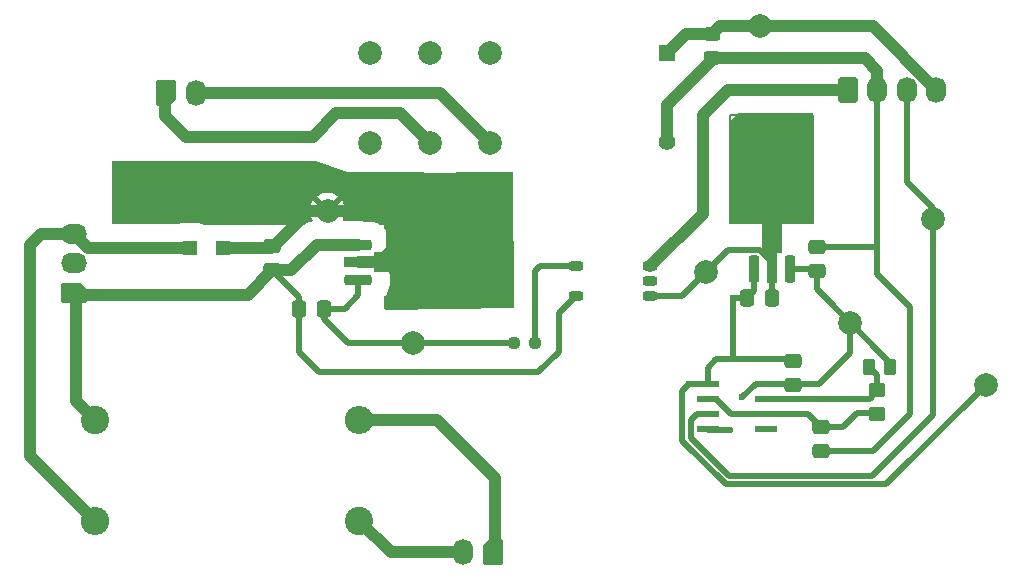
<source format=gbr>
%TF.GenerationSoftware,KiCad,Pcbnew,8.0.5*%
%TF.CreationDate,2025-05-02T16:49:58-07:00*%
%TF.ProjectId,Discharge,44697363-6861-4726-9765-2e6b69636164,rev?*%
%TF.SameCoordinates,Original*%
%TF.FileFunction,Copper,L1,Top*%
%TF.FilePolarity,Positive*%
%FSLAX46Y46*%
G04 Gerber Fmt 4.6, Leading zero omitted, Abs format (unit mm)*
G04 Created by KiCad (PCBNEW 8.0.5) date 2025-05-02 16:49:58*
%MOMM*%
%LPD*%
G01*
G04 APERTURE LIST*
G04 Aperture macros list*
%AMRoundRect*
0 Rectangle with rounded corners*
0 $1 Rounding radius*
0 $2 $3 $4 $5 $6 $7 $8 $9 X,Y pos of 4 corners*
0 Add a 4 corners polygon primitive as box body*
4,1,4,$2,$3,$4,$5,$6,$7,$8,$9,$2,$3,0*
0 Add four circle primitives for the rounded corners*
1,1,$1+$1,$2,$3*
1,1,$1+$1,$4,$5*
1,1,$1+$1,$6,$7*
1,1,$1+$1,$8,$9*
0 Add four rect primitives between the rounded corners*
20,1,$1+$1,$2,$3,$4,$5,0*
20,1,$1+$1,$4,$5,$6,$7,0*
20,1,$1+$1,$6,$7,$8,$9,0*
20,1,$1+$1,$8,$9,$2,$3,0*%
%AMFreePoly0*
4,1,22,0.945671,0.830970,1.026777,0.776777,1.080970,0.695671,1.100000,0.600000,1.100000,-0.600000,1.080970,-0.695671,1.026777,-0.776777,0.945671,-0.830970,0.850000,-0.850000,-0.450000,-0.850000,-0.545671,-0.830970,-0.626777,-0.776777,-1.026777,-0.376777,-1.080970,-0.295671,-1.100000,-0.200000,-1.100000,0.600000,-1.080970,0.695671,-1.026777,0.776777,-0.945671,0.830970,-0.850000,0.850000,
0.850000,0.850000,0.945671,0.830970,0.945671,0.830970,$1*%
%AMFreePoly1*
4,1,9,5.362500,-0.866500,1.237500,-0.866500,1.237500,-0.450000,-1.237500,-0.450000,-1.237500,0.450000,1.237500,0.450000,1.237500,0.866500,5.362500,0.866500,5.362500,-0.866500,5.362500,-0.866500,$1*%
G04 Aperture macros list end*
%TA.AperFunction,Conductor*%
%ADD10C,0.200000*%
%TD*%
%TA.AperFunction,ComponentPad*%
%ADD11C,2.400000*%
%TD*%
%TA.AperFunction,ComponentPad*%
%ADD12O,2.400000X2.400000*%
%TD*%
%TA.AperFunction,ComponentPad*%
%ADD13C,2.000000*%
%TD*%
%TA.AperFunction,ComponentPad*%
%ADD14RoundRect,0.250000X0.600000X-0.850000X0.600000X0.850000X-0.600000X0.850000X-0.600000X-0.850000X0*%
%TD*%
%TA.AperFunction,ComponentPad*%
%ADD15O,1.700000X2.200000*%
%TD*%
%TA.AperFunction,ComponentPad*%
%ADD16FreePoly0,90.000000*%
%TD*%
%TA.AperFunction,SMDPad,CuDef*%
%ADD17R,1.981200X0.558800*%
%TD*%
%TA.AperFunction,SMDPad,CuDef*%
%ADD18RoundRect,0.250000X0.475000X-0.337500X0.475000X0.337500X-0.475000X0.337500X-0.475000X-0.337500X0*%
%TD*%
%TA.AperFunction,ComponentPad*%
%ADD19FreePoly0,180.000000*%
%TD*%
%TA.AperFunction,ComponentPad*%
%ADD20O,2.200000X1.700000*%
%TD*%
%TA.AperFunction,SMDPad,CuDef*%
%ADD21RoundRect,0.200000X-0.400000X-0.200000X0.400000X-0.200000X0.400000X0.200000X-0.400000X0.200000X0*%
%TD*%
%TA.AperFunction,ComponentPad*%
%ADD22R,1.400000X1.400000*%
%TD*%
%TA.AperFunction,ComponentPad*%
%ADD23C,1.400000*%
%TD*%
%TA.AperFunction,SMDPad,CuDef*%
%ADD24RoundRect,0.250000X0.337500X0.475000X-0.337500X0.475000X-0.337500X-0.475000X0.337500X-0.475000X0*%
%TD*%
%TA.AperFunction,SMDPad,CuDef*%
%ADD25R,1.200000X1.200000*%
%TD*%
%TA.AperFunction,SMDPad,CuDef*%
%ADD26RoundRect,0.250000X-0.262500X-0.450000X0.262500X-0.450000X0.262500X0.450000X-0.262500X0.450000X0*%
%TD*%
%TA.AperFunction,SMDPad,CuDef*%
%ADD27RoundRect,0.250000X0.450000X-0.350000X0.450000X0.350000X-0.450000X0.350000X-0.450000X-0.350000X0*%
%TD*%
%TA.AperFunction,SMDPad,CuDef*%
%ADD28RoundRect,0.225000X0.225000X-0.925000X0.225000X0.925000X-0.225000X0.925000X-0.225000X-0.925000X0*%
%TD*%
%TA.AperFunction,SMDPad,CuDef*%
%ADD29FreePoly1,90.000000*%
%TD*%
%TA.AperFunction,ComponentPad*%
%ADD30FreePoly0,270.000000*%
%TD*%
%TA.AperFunction,SMDPad,CuDef*%
%ADD31RoundRect,0.225000X-0.925000X-0.225000X0.925000X-0.225000X0.925000X0.225000X-0.925000X0.225000X0*%
%TD*%
%TA.AperFunction,SMDPad,CuDef*%
%ADD32FreePoly1,0.000000*%
%TD*%
%TA.AperFunction,SMDPad,CuDef*%
%ADD33RoundRect,0.237500X-0.250000X-0.237500X0.250000X-0.237500X0.250000X0.237500X-0.250000X0.237500X0*%
%TD*%
%TA.AperFunction,SMDPad,CuDef*%
%ADD34RoundRect,0.250000X-0.475000X0.337500X-0.475000X-0.337500X0.475000X-0.337500X0.475000X0.337500X0*%
%TD*%
%TA.AperFunction,SMDPad,CuDef*%
%ADD35RoundRect,0.250000X-0.450000X0.325000X-0.450000X-0.325000X0.450000X-0.325000X0.450000X0.325000X0*%
%TD*%
%TA.AperFunction,ViaPad*%
%ADD36C,0.600000*%
%TD*%
%TA.AperFunction,Conductor*%
%ADD37C,0.500000*%
%TD*%
%TA.AperFunction,Conductor*%
%ADD38C,1.000000*%
%TD*%
G04 APERTURE END LIST*
%TO.N,Net-(U2-VI)*%
D10*
X168503600Y-76813400D02*
X175590200Y-76813400D01*
X175590200Y-85979000D01*
X168503600Y-85979000D01*
X168503600Y-76813400D01*
%TD*%
D11*
%TO.P,R2,1*%
%TO.N,/TSMP+*%
X137170498Y-111187843D03*
D12*
%TO.P,R2,2*%
%TO.N,/TS+*%
X114770498Y-111187843D03*
%TD*%
D13*
%TO.P,TP1,1,1*%
%TO.N,/IR Final*%
X171043600Y-69291200D03*
%TD*%
D14*
%TO.P,J3,1,Pin_1*%
%TO.N,12v*%
X178520400Y-74693800D03*
D15*
%TO.P,J3,2,Pin_2*%
%TO.N,GLV*%
X181020400Y-74693800D03*
%TO.P,J3,3,Pin_3*%
%TO.N,/RTM*%
X183520400Y-74693800D03*
%TO.P,J3,4,Pin_4*%
%TO.N,/IR Final*%
X186020400Y-74693800D03*
%TD*%
D16*
%TO.P,J4,1,Pin_1*%
%TO.N,/Discharge-*%
X120822400Y-74973200D03*
D15*
%TO.P,J4,2,Pin_2*%
%TO.N,/Discharge+*%
X123322400Y-74973200D03*
%TD*%
D17*
%TO.P,U1,1,GND*%
%TO.N,GLV*%
X166649400Y-99618800D03*
%TO.P,U1,2,TRIG*%
%TO.N,Net-(U1-THRES)*%
X166649400Y-100888800D03*
%TO.P,U1,3,OUT*%
%TO.N,/RTM*%
X166649400Y-102158800D03*
%TO.P,U1,4,RESET*%
%TO.N,/5V*%
X166649400Y-103428800D03*
%TO.P,U1,5,CONT*%
%TO.N,unconnected-(U1-CONT-Pad5)*%
X171577000Y-103428800D03*
%TO.P,U1,6,THRES*%
%TO.N,Net-(U1-THRES)*%
X171577000Y-102158800D03*
%TO.P,U1,7,DISCH*%
%TO.N,Net-(U1-DISCH)*%
X171577000Y-100888800D03*
%TO.P,U1,8,VCC*%
%TO.N,/5V*%
X171577000Y-99618800D03*
%TD*%
D11*
%TO.P,R4,1*%
%TO.N,/TS-*%
X114770498Y-102687843D03*
D12*
%TO.P,R4,2*%
%TO.N,/TSMP-*%
X137170498Y-102687843D03*
%TD*%
D13*
%TO.P,TP2,1,1*%
%TO.N,/5V*%
X178739800Y-94437200D03*
%TD*%
D18*
%TO.P,C2,1*%
%TO.N,/5V*%
X173850498Y-99711343D03*
%TO.P,C2,2*%
%TO.N,GLV*%
X173850498Y-97636343D03*
%TD*%
D19*
%TO.P,J1,1,Pin_1*%
%TO.N,/TS-*%
X112997000Y-91908000D03*
D20*
%TO.P,J1,2,Pin_2*%
%TO.N,unconnected-(J1-Pin_2-Pad2)*%
X112997000Y-89408000D03*
%TO.P,J1,3,Pin_3*%
%TO.N,/TS+*%
X112997000Y-86908000D03*
%TD*%
D21*
%TO.P,U4,1,1*%
%TO.N,Net-(R3-Pad2)*%
X155473000Y-89662000D03*
%TO.P,U4,3,3*%
%TO.N,/TS-*%
X155473000Y-92202000D03*
%TO.P,U4,4,4*%
%TO.N,Net-(U2-VI)*%
X161773000Y-92202000D03*
%TO.P,U4,5*%
%TO.N,N/C*%
X161773000Y-90932000D03*
%TO.P,U4,6,6*%
%TO.N,12v*%
X161773000Y-89662000D03*
%TD*%
D22*
%TO.P,K1,1*%
%TO.N,/IR Final*%
X163240498Y-71567843D03*
D13*
%TO.P,K1,4*%
%TO.N,unconnected-(K1-Pad4)*%
X148220498Y-71567843D03*
%TO.P,K1,6*%
%TO.N,unconnected-(K1-Pad6)*%
X143140498Y-71567843D03*
%TO.P,K1,8*%
%TO.N,unconnected-(K1-Pad8)*%
X138060498Y-71567843D03*
%TO.P,K1,9*%
%TO.N,unconnected-(K1-Pad9)*%
X138060498Y-79187843D03*
%TO.P,K1,11*%
%TO.N,/Discharge-*%
X143140498Y-79187843D03*
%TO.P,K1,13*%
%TO.N,/Discharge+*%
X148220498Y-79187843D03*
D23*
%TO.P,K1,16*%
%TO.N,GLV*%
X163240498Y-79167843D03*
%TD*%
D24*
%TO.P,C4,1*%
%TO.N,Net-(U3-VO)*%
X134129600Y-93243400D03*
%TO.P,C4,2*%
%TO.N,/TS-*%
X132054600Y-93243400D03*
%TD*%
D25*
%TO.P,D1,1,K*%
%TO.N,/TS+*%
X122809000Y-88087200D03*
%TO.P,D1,2,A*%
%TO.N,Net-(D1-A)*%
X125609000Y-88087200D03*
%TD*%
D13*
%TO.P,TP6,1,1*%
%TO.N,Net-(D1-A)*%
X134470498Y-84937843D03*
%TD*%
D26*
%TO.P,R5,1*%
%TO.N,Net-(U1-DISCH)*%
X180303998Y-98165843D03*
%TO.P,R5,2*%
%TO.N,/5V*%
X182128998Y-98165843D03*
%TD*%
D24*
%TO.P,C5,1*%
%TO.N,Net-(U2-VI)*%
X172093998Y-92323843D03*
%TO.P,C5,2*%
%TO.N,GLV*%
X170018998Y-92323843D03*
%TD*%
D13*
%TO.P,TP3,1,1*%
%TO.N,/RTM*%
X185720498Y-85687843D03*
%TD*%
D27*
%TO.P,R1,1*%
%TO.N,Net-(U1-THRES)*%
X181025800Y-102166300D03*
%TO.P,R1,2*%
%TO.N,Net-(U1-DISCH)*%
X181025800Y-100166300D03*
%TD*%
D18*
%TO.P,C6,1*%
%TO.N,/5V*%
X175882498Y-90059343D03*
%TO.P,C6,2*%
%TO.N,GLV*%
X175882498Y-87984343D03*
%TD*%
%TO.P,C1,1*%
%TO.N,GLV*%
X176225200Y-105333800D03*
%TO.P,C1,2*%
%TO.N,Net-(U1-THRES)*%
X176225200Y-103258800D03*
%TD*%
D13*
%TO.P,TP4,1,1*%
%TO.N,Net-(U2-VI)*%
X166497000Y-90170000D03*
%TD*%
D28*
%TO.P,U2,1,GND*%
%TO.N,GLV*%
X170597100Y-89881600D03*
D29*
%TO.P,U2,2,VI*%
%TO.N,Net-(U2-VI)*%
X172097100Y-89794100D03*
D28*
%TO.P,U2,3,VO*%
%TO.N,/5V*%
X173597100Y-89881600D03*
%TD*%
D30*
%TO.P,J2,1,Pin_1*%
%TO.N,/TSMP-*%
X148470498Y-113867843D03*
D15*
%TO.P,J2,2,Pin_2*%
%TO.N,/TSMP+*%
X145970498Y-113867843D03*
%TD*%
D31*
%TO.P,U3,1,GND*%
%TO.N,/TS-*%
X137072200Y-87831800D03*
D32*
%TO.P,U3,2,VI*%
%TO.N,Net-(D1-A)*%
X137159700Y-89331800D03*
D31*
%TO.P,U3,3,VO*%
%TO.N,Net-(U3-VO)*%
X137072200Y-90831800D03*
%TD*%
D33*
%TO.P,R3,1*%
%TO.N,Net-(U3-VO)*%
X150220498Y-96187843D03*
%TO.P,R3,2*%
%TO.N,Net-(R3-Pad2)*%
X152045498Y-96187843D03*
%TD*%
D13*
%TO.P,TP5,1,1*%
%TO.N,GLV*%
X190220498Y-99687843D03*
%TD*%
D34*
%TO.P,C3,1*%
%TO.N,Net-(D1-A)*%
X129794000Y-87938700D03*
%TO.P,C3,2*%
%TO.N,/TS-*%
X129794000Y-90013700D03*
%TD*%
D35*
%TO.P,D2,1,K*%
%TO.N,/IR Final*%
X166992498Y-69962843D03*
%TO.P,D2,2,A*%
%TO.N,GLV*%
X166992498Y-72012843D03*
%TD*%
D13*
%TO.P,TP7,1,1*%
%TO.N,Net-(U3-VO)*%
X141720498Y-96133843D03*
%TD*%
D36*
%TO.N,GLV*%
X168770498Y-92323843D03*
X177406498Y-87984343D03*
X177406498Y-105333800D03*
X165031541Y-99618800D03*
X172580498Y-97543800D03*
%TO.N,/5V*%
X169578003Y-100751348D03*
X168516498Y-103499843D03*
%TD*%
D37*
%TO.N,Net-(U1-THRES)*%
X168630600Y-102158800D02*
X171577000Y-102158800D01*
X178147720Y-103258800D02*
X179327720Y-102078800D01*
X176225200Y-103258800D02*
X178147720Y-103258800D01*
X175125200Y-102158800D02*
X176225200Y-103258800D01*
X179327720Y-102078800D02*
X181025800Y-102078800D01*
X167360600Y-100888800D02*
X168630600Y-102158800D01*
X171577000Y-102158800D02*
X175125200Y-102158800D01*
D38*
%TO.N,Net-(D1-A)*%
X125609000Y-88087200D02*
X129645500Y-88087200D01*
X138887200Y-89331800D02*
X137159700Y-89331800D01*
X138811000Y-85013800D02*
X139928600Y-86131400D01*
X129967900Y-87938700D02*
X132892800Y-85013800D01*
X132892800Y-85013800D02*
X138811000Y-85013800D01*
X139928600Y-86131400D02*
X139928600Y-88290400D01*
X139928600Y-88290400D02*
X138887200Y-89331800D01*
X129645500Y-88087200D02*
X129794000Y-87938700D01*
D37*
%TO.N,Net-(U1-DISCH)*%
X171577000Y-100888800D02*
X180390800Y-100888800D01*
X181025800Y-98887645D02*
X180303998Y-98165843D01*
X181025800Y-100166300D02*
X181025800Y-98887645D01*
X180390800Y-100888800D02*
X181025800Y-100253800D01*
%TO.N,Net-(U3-VO)*%
X135915400Y-93243400D02*
X134129600Y-93243400D01*
X134129600Y-94150000D02*
X136167443Y-96187843D01*
X136167443Y-96187843D02*
X150220498Y-96187843D01*
X137072200Y-90831800D02*
X137072200Y-92086600D01*
X137072200Y-92086600D02*
X135915400Y-93243400D01*
X134129600Y-94150000D02*
X134129600Y-93243400D01*
D38*
%TO.N,/TS+*%
X122809000Y-88087200D02*
X114176200Y-88087200D01*
X110246800Y-86908000D02*
X109296200Y-87858600D01*
X112997000Y-86908000D02*
X110246800Y-86908000D01*
X109296200Y-105713545D02*
X114770498Y-111187843D01*
X114176200Y-88087200D02*
X112997000Y-86908000D01*
X109296200Y-87858600D02*
X109296200Y-105713545D01*
%TO.N,/TSMP-*%
X148620498Y-107587843D02*
X143720498Y-102687843D01*
X148620498Y-113717843D02*
X148620498Y-107587843D01*
X143720498Y-102687843D02*
X137170498Y-102687843D01*
%TO.N,/TS-*%
X127749700Y-92058000D02*
X129794000Y-90013700D01*
D37*
X132054600Y-93243400D02*
X132054600Y-92274300D01*
X154025600Y-93649400D02*
X154025600Y-96875600D01*
D38*
X113157000Y-101074345D02*
X114770498Y-102687843D01*
X133579156Y-87831800D02*
X137072200Y-87831800D01*
D37*
X132054600Y-96951800D02*
X133731000Y-98628200D01*
X132054600Y-93243400D02*
X132054600Y-96951800D01*
X152273000Y-98628200D02*
X154025600Y-96875600D01*
X133731000Y-98628200D02*
X152273000Y-98628200D01*
X132054600Y-92274300D02*
X129794000Y-90013700D01*
D38*
X131397256Y-90013700D02*
X133579156Y-87831800D01*
X129794000Y-90013700D02*
X131397256Y-90013700D01*
D37*
X155473000Y-92202000D02*
X154025600Y-93649400D01*
D38*
X113157000Y-92068000D02*
X113157000Y-101074345D01*
X113147000Y-92058000D02*
X127749700Y-92058000D01*
%TO.N,/TSMP+*%
X139850498Y-113867843D02*
X145970498Y-113867843D01*
X137170498Y-111187843D02*
X139850498Y-113867843D01*
%TO.N,/Discharge-*%
X135220498Y-76687843D02*
X140640498Y-76687843D01*
X122487601Y-78708300D02*
X120672400Y-76893099D01*
X122487601Y-78708300D02*
X133200041Y-78708300D01*
X133200041Y-78708300D02*
X135220498Y-76687843D01*
X140640498Y-76687843D02*
X143140498Y-79187843D01*
X120672400Y-76893099D02*
X120672400Y-75123200D01*
%TO.N,/Discharge+*%
X123322400Y-74973200D02*
X144005855Y-74973200D01*
X144005855Y-74973200D02*
X148220498Y-79187843D01*
%TO.N,GLV*%
X166992498Y-72224702D02*
X166992498Y-72012843D01*
D37*
X166649400Y-98254941D02*
X166649400Y-99618800D01*
X168724400Y-97543800D02*
X173757955Y-97543800D01*
D38*
X166992498Y-72012843D02*
X179939443Y-72012843D01*
D37*
X180962498Y-90291843D02*
X183782550Y-93111895D01*
X183782550Y-93111895D02*
X183782550Y-102203791D01*
X168770498Y-97497702D02*
X168724400Y-97543800D01*
X180652541Y-105333800D02*
X176225200Y-105333800D01*
X181791741Y-108116600D02*
X168177250Y-108116600D01*
D38*
X181020400Y-73093800D02*
X181020400Y-74693800D01*
X163240498Y-75976702D02*
X163240498Y-79167843D01*
D37*
X170597100Y-91745741D02*
X170018998Y-92323843D01*
X170018998Y-92323843D02*
X168770498Y-92323843D01*
D38*
X179939443Y-72012843D02*
X181020400Y-73093800D01*
D37*
X168724400Y-97543800D02*
X167360541Y-97543800D01*
X183782550Y-102203791D02*
X180652541Y-105333800D01*
X167360541Y-97543800D02*
X166649400Y-98254941D01*
X181000400Y-73279000D02*
X181000400Y-73529000D01*
X164470498Y-100179843D02*
X165031541Y-99618800D01*
X180940998Y-87984343D02*
X175882498Y-87984343D01*
X168770498Y-92323843D02*
X168770498Y-97497702D01*
X170597100Y-89881600D02*
X170597100Y-91745741D01*
X180962498Y-74751702D02*
X180962498Y-88005843D01*
X180962498Y-88005843D02*
X180940998Y-87984343D01*
X180962498Y-88005843D02*
X180962498Y-90291843D01*
X181000400Y-73279000D02*
X181020400Y-73299000D01*
X164470498Y-104409848D02*
X164470498Y-100179843D01*
D38*
X163240498Y-75976702D02*
X166992498Y-72224702D01*
D37*
X190220498Y-99687843D02*
X181791741Y-108116600D01*
X181020400Y-73299000D02*
X181020400Y-74693800D01*
X168177250Y-108116600D02*
X164470498Y-104409848D01*
X165031541Y-99618800D02*
X166649400Y-99618800D01*
D38*
%TO.N,/IR Final*%
X180617800Y-69291200D02*
X186020400Y-74693800D01*
X167664141Y-69291200D02*
X166992498Y-69962843D01*
X171043600Y-69291200D02*
X167664141Y-69291200D01*
X166992498Y-69962843D02*
X164845498Y-69962843D01*
X164845498Y-69962843D02*
X163240498Y-71567843D01*
X171043600Y-69291200D02*
X180617800Y-69291200D01*
%TO.N,12v*%
X168366541Y-74693800D02*
X178520400Y-74693800D01*
X166230498Y-85204502D02*
X166230498Y-76829843D01*
X166230498Y-76829843D02*
X168366541Y-74693800D01*
X161773000Y-89662000D02*
X166230498Y-85204502D01*
D37*
%TO.N,/RTM*%
X185720498Y-84687843D02*
X183520400Y-82487745D01*
X165208800Y-102699400D02*
X165749400Y-102158800D01*
X183520400Y-82487745D02*
X183520400Y-74693800D01*
X165749400Y-102158800D02*
X166649400Y-102158800D01*
X165208800Y-104158200D02*
X165208800Y-102699400D01*
X180542550Y-107416600D02*
X185720498Y-102238652D01*
X185720498Y-85687843D02*
X185720498Y-84687843D01*
X168467200Y-107416600D02*
X180542550Y-107416600D01*
X185720498Y-102238652D02*
X185720498Y-85687843D01*
X168467200Y-107416600D02*
X165208800Y-104158200D01*
%TO.N,Net-(U2-VI)*%
X172097100Y-89794100D02*
X172097100Y-92320741D01*
X168385400Y-88281600D02*
X166497000Y-90170000D01*
X171107928Y-88281600D02*
X168385400Y-88281600D01*
X172097100Y-89270772D02*
X171107928Y-88281600D01*
X164465000Y-92202000D02*
X161773000Y-92202000D01*
X166497000Y-90170000D02*
X164465000Y-92202000D01*
X172097100Y-92320741D02*
X172093998Y-92323843D01*
%TO.N,Net-(R3-Pad2)*%
X152069800Y-90068400D02*
X152069800Y-96230770D01*
X152476200Y-89662000D02*
X152069800Y-90068400D01*
X155473000Y-89662000D02*
X152476200Y-89662000D01*
%TO.N,/5V*%
X175882498Y-91579898D02*
X178739800Y-94437200D01*
X168516498Y-103499843D02*
X166720443Y-103499843D01*
X169578003Y-100751348D02*
X170710551Y-99618800D01*
X166720443Y-103499843D02*
X166649400Y-103428800D01*
X170710551Y-99618800D02*
X171577000Y-99618800D01*
X175882498Y-90059343D02*
X175882498Y-91579898D01*
X176098200Y-99618800D02*
X171577000Y-99618800D01*
X175882498Y-91579898D02*
X182128998Y-97826398D01*
X173597100Y-89881600D02*
X175704755Y-89881600D01*
X178739800Y-94437200D02*
X178739800Y-96977200D01*
X178739800Y-96977200D02*
X176098200Y-99618800D01*
%TD*%
%TA.AperFunction,Conductor*%
%TO.N,Net-(U2-VI)*%
G36*
X175533239Y-76713985D02*
G01*
X175578994Y-76766789D01*
X175590200Y-76818300D01*
X175590200Y-85772343D01*
X175570515Y-85839382D01*
X175517711Y-85885137D01*
X175466200Y-85896343D01*
X175320106Y-85896343D01*
X175210955Y-85902473D01*
X175210954Y-85902473D01*
X175210943Y-85902474D01*
X174953175Y-85951246D01*
X174953165Y-85951249D01*
X174893741Y-85972042D01*
X174852787Y-85979000D01*
X168627600Y-85979000D01*
X168560561Y-85959315D01*
X168514806Y-85906511D01*
X168503600Y-85855000D01*
X168503600Y-77437237D01*
X168523285Y-77370198D01*
X168539919Y-77349556D01*
X169158856Y-76730619D01*
X169220179Y-76697134D01*
X169246537Y-76694300D01*
X175466200Y-76694300D01*
X175533239Y-76713985D01*
G37*
%TD.AperFunction*%
%TD*%
%TA.AperFunction,Conductor*%
%TO.N,Net-(D1-A)*%
G36*
X133450860Y-80707186D02*
G01*
X136115498Y-81677843D01*
X137833039Y-81680443D01*
X137848383Y-81681420D01*
X137903180Y-81688343D01*
X137903182Y-81688343D01*
X138217816Y-81688343D01*
X138267242Y-81682099D01*
X138282921Y-81681124D01*
X142604612Y-81687667D01*
X142671620Y-81707453D01*
X142691431Y-81723318D01*
X142720498Y-81751943D01*
X147926530Y-81672317D01*
X147943925Y-81673277D01*
X148063180Y-81688343D01*
X148377814Y-81688343D01*
X148377816Y-81688343D01*
X148377821Y-81688342D01*
X148377825Y-81688342D01*
X148405087Y-81684897D01*
X148577534Y-81663112D01*
X148591152Y-81662151D01*
X150055431Y-81639755D01*
X150122760Y-81658412D01*
X150169317Y-81710510D01*
X150181321Y-81762924D01*
X150255884Y-93088715D01*
X150236642Y-93155882D01*
X150184140Y-93201984D01*
X150133173Y-93213524D01*
X139380367Y-93325049D01*
X139313127Y-93306061D01*
X139266827Y-93253734D01*
X139255083Y-93201667D01*
X139250615Y-92295585D01*
X139269968Y-92228450D01*
X139286928Y-92207296D01*
X139310986Y-92183239D01*
X139467540Y-91969489D01*
X139589629Y-91734347D01*
X139674394Y-91483323D01*
X139719846Y-91222302D01*
X139722700Y-91162753D01*
X139722699Y-90500848D01*
X139719846Y-90441298D01*
X139674394Y-90180277D01*
X139589629Y-89929253D01*
X139498700Y-89754124D01*
X139467542Y-89694113D01*
X139310990Y-89480366D01*
X139310986Y-89480361D01*
X139272430Y-89441805D01*
X139238945Y-89380482D01*
X139236114Y-89354744D01*
X139235894Y-89310302D01*
X139255247Y-89243171D01*
X139272212Y-89222013D01*
X139272358Y-89221867D01*
X139310986Y-89183239D01*
X139467540Y-88969489D01*
X139589629Y-88734347D01*
X139674394Y-88483323D01*
X139719846Y-88222302D01*
X139722700Y-88162753D01*
X139722699Y-87500848D01*
X139719846Y-87441298D01*
X139674394Y-87180277D01*
X139589629Y-86929253D01*
X139504528Y-86765349D01*
X139467542Y-86694113D01*
X139310990Y-86480366D01*
X139310986Y-86480361D01*
X139257564Y-86426939D01*
X139224079Y-86365616D01*
X139221247Y-86339875D01*
X139220498Y-86187843D01*
X139020597Y-86187843D01*
X138953558Y-86168158D01*
X138947328Y-86163881D01*
X138909886Y-86136457D01*
X138674751Y-86014373D01*
X138674750Y-86014372D01*
X138674747Y-86014371D01*
X138423723Y-85929606D01*
X138162702Y-85884154D01*
X138151536Y-85883618D01*
X138103166Y-85881300D01*
X138103153Y-85881300D01*
X137538495Y-85881300D01*
X137506403Y-85877075D01*
X137504588Y-85876588D01*
X137463316Y-85865530D01*
X137419862Y-85859809D01*
X137203327Y-85831300D01*
X137203320Y-85831300D01*
X135906348Y-85831300D01*
X135839309Y-85811615D01*
X135793554Y-85758811D01*
X135783610Y-85689653D01*
X135792792Y-85657490D01*
X135894085Y-85426560D01*
X135955110Y-85185581D01*
X135955112Y-85185572D01*
X135975639Y-84937848D01*
X135975639Y-84937837D01*
X135955112Y-84690113D01*
X135955110Y-84690104D01*
X135894085Y-84449125D01*
X135794229Y-84221473D01*
X135693932Y-84067959D01*
X134953460Y-84808431D01*
X134936423Y-84744850D01*
X134870597Y-84630836D01*
X134777505Y-84537744D01*
X134663491Y-84471918D01*
X134599908Y-84454880D01*
X135340555Y-83714233D01*
X135340554Y-83714232D01*
X135293727Y-83677786D01*
X135075112Y-83559478D01*
X135075101Y-83559473D01*
X134839991Y-83478759D01*
X134594791Y-83437843D01*
X134346205Y-83437843D01*
X134101004Y-83478759D01*
X133865894Y-83559473D01*
X133865888Y-83559475D01*
X133647259Y-83677792D01*
X133600440Y-83714231D01*
X133600440Y-83714233D01*
X134341088Y-84454880D01*
X134277505Y-84471918D01*
X134163491Y-84537744D01*
X134070399Y-84630836D01*
X134004573Y-84744850D01*
X133987535Y-84808433D01*
X133247062Y-84067959D01*
X133146765Y-84221475D01*
X133046910Y-84449125D01*
X132985885Y-84690104D01*
X132985883Y-84690113D01*
X132965357Y-84937837D01*
X132965357Y-84937848D01*
X132985883Y-85185572D01*
X132985885Y-85185581D01*
X133046910Y-85426560D01*
X133146765Y-85654211D01*
X133176788Y-85700164D01*
X133196976Y-85767054D01*
X133177795Y-85834239D01*
X133125336Y-85880389D01*
X133105073Y-85887760D01*
X132948904Y-85929606D01*
X132948903Y-85929605D01*
X132934738Y-85933401D01*
X132934727Y-85933405D01*
X132692465Y-86033753D01*
X132692455Y-86033758D01*
X132465350Y-86164877D01*
X132462254Y-86166946D01*
X132395577Y-86187823D01*
X132393365Y-86187843D01*
X124193864Y-86187843D01*
X124130391Y-86170366D01*
X124070272Y-86134543D01*
X123838625Y-86044153D01*
X123838615Y-86044150D01*
X123595238Y-85993119D01*
X123595235Y-85993118D01*
X123491850Y-85986700D01*
X123491842Y-85986700D01*
X122126158Y-85986700D01*
X122126149Y-85986700D01*
X122022764Y-85993118D01*
X122022761Y-85993119D01*
X121779384Y-86044150D01*
X121779378Y-86044152D01*
X121720788Y-86067015D01*
X121692079Y-86078217D01*
X121647005Y-86086700D01*
X116343674Y-86086700D01*
X116276635Y-86067015D01*
X116230880Y-86014211D01*
X116219675Y-85963154D01*
X116200954Y-80852297D01*
X116220393Y-80785186D01*
X116273029Y-80739238D01*
X116324953Y-80727843D01*
X129200477Y-80727843D01*
X129200498Y-80727843D01*
X130058196Y-80708830D01*
X130060944Y-80708800D01*
X133331160Y-80708800D01*
X133331161Y-80708800D01*
X133392234Y-80700759D01*
X133450860Y-80707186D01*
G37*
%TD.AperFunction*%
%TD*%
M02*

</source>
